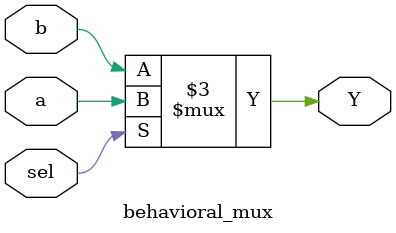
<source format=v>
module behavioral_mux(input a, b, sel, output reg Y);
  always @ ( * ) begin
    if (sel)
      Y = a;
    else
      Y = b;
  end
endmodule

</source>
